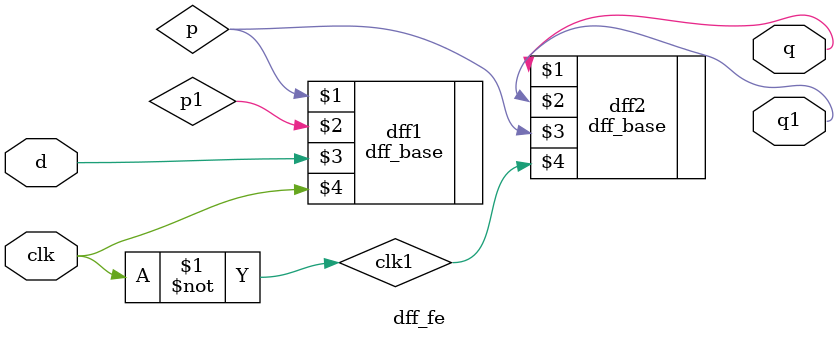
<source format=v>
`include "Hadif_B190513CS_Q01a.v"

module dff_fe(output q, q1, input d, clk);
  wire p, p1, clk1;
  nand(clk1, clk);
  dff_base dff1(p, p1, d, clk);
  dff_base dff2(q, q1, p, clk1);
endmodule
</source>
